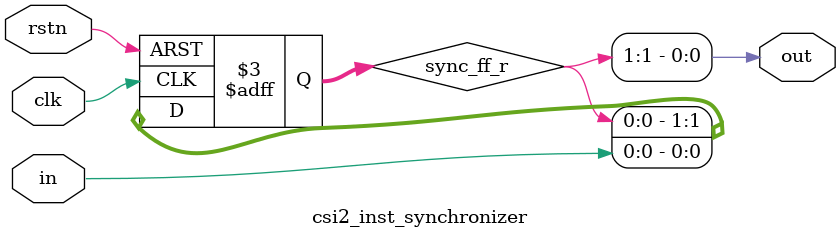
<source format=v>

module csi2_inst_synchronizer (
    input		clk,
    input		rstn,
    input		in,

    output		out
);

reg [1:0]	sync_ff_r;
always @(posedge clk or negedge rstn)
   if (!rstn) begin
      sync_ff_r 	<= 0;
   end
   else begin
      sync_ff_r[0] 	<= in;
      sync_ff_r[1] 	<= sync_ff_r[0];
   end

assign out = sync_ff_r[1];

endmodule

</source>
